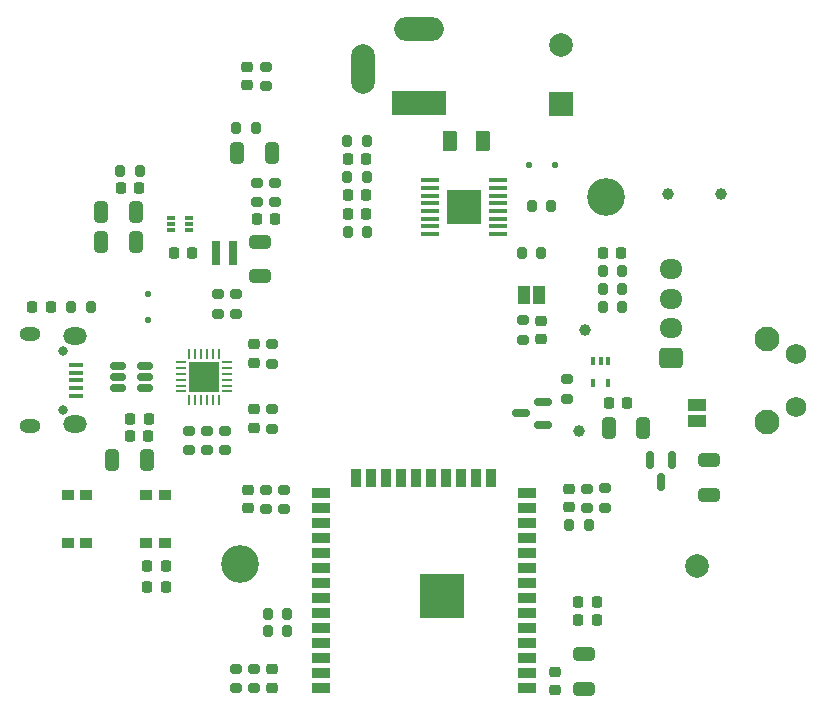
<source format=gbr>
%TF.GenerationSoftware,KiCad,Pcbnew,8.0.1*%
%TF.CreationDate,2024-06-06T10:38:12+02:00*%
%TF.ProjectId,led_strip_stand_lamp,6c65645f-7374-4726-9970-5f7374616e64,rev?*%
%TF.SameCoordinates,Original*%
%TF.FileFunction,Soldermask,Top*%
%TF.FilePolarity,Negative*%
%FSLAX46Y46*%
G04 Gerber Fmt 4.6, Leading zero omitted, Abs format (unit mm)*
G04 Created by KiCad (PCBNEW 8.0.1) date 2024-06-06 10:38:12*
%MOMM*%
%LPD*%
G01*
G04 APERTURE LIST*
G04 Aperture macros list*
%AMRoundRect*
0 Rectangle with rounded corners*
0 $1 Rounding radius*
0 $2 $3 $4 $5 $6 $7 $8 $9 X,Y pos of 4 corners*
0 Add a 4 corners polygon primitive as box body*
4,1,4,$2,$3,$4,$5,$6,$7,$8,$9,$2,$3,0*
0 Add four circle primitives for the rounded corners*
1,1,$1+$1,$2,$3*
1,1,$1+$1,$4,$5*
1,1,$1+$1,$6,$7*
1,1,$1+$1,$8,$9*
0 Add four rect primitives between the rounded corners*
20,1,$1+$1,$2,$3,$4,$5,0*
20,1,$1+$1,$4,$5,$6,$7,0*
20,1,$1+$1,$6,$7,$8,$9,0*
20,1,$1+$1,$8,$9,$2,$3,0*%
G04 Aperture macros list end*
%ADD10RoundRect,0.225000X0.250000X-0.225000X0.250000X0.225000X-0.250000X0.225000X-0.250000X-0.225000X0*%
%ADD11C,3.200000*%
%ADD12RoundRect,0.200000X-0.275000X0.200000X-0.275000X-0.200000X0.275000X-0.200000X0.275000X0.200000X0*%
%ADD13R,1.500000X0.900000*%
%ADD14R,0.900000X1.500000*%
%ADD15R,3.800000X3.800000*%
%ADD16RoundRect,0.225000X0.225000X0.250000X-0.225000X0.250000X-0.225000X-0.250000X0.225000X-0.250000X0*%
%ADD17RoundRect,0.200000X0.200000X0.275000X-0.200000X0.275000X-0.200000X-0.275000X0.200000X-0.275000X0*%
%ADD18RoundRect,0.250000X-0.650000X0.325000X-0.650000X-0.325000X0.650000X-0.325000X0.650000X0.325000X0*%
%ADD19RoundRect,0.218750X0.256250X-0.218750X0.256250X0.218750X-0.256250X0.218750X-0.256250X-0.218750X0*%
%ADD20RoundRect,0.250000X0.325000X0.650000X-0.325000X0.650000X-0.325000X-0.650000X0.325000X-0.650000X0*%
%ADD21RoundRect,0.250000X0.725000X-0.600000X0.725000X0.600000X-0.725000X0.600000X-0.725000X-0.600000X0*%
%ADD22O,1.950000X1.700000*%
%ADD23RoundRect,0.218750X-0.218750X-0.256250X0.218750X-0.256250X0.218750X0.256250X-0.218750X0.256250X0*%
%ADD24RoundRect,0.250000X-0.375000X-0.625000X0.375000X-0.625000X0.375000X0.625000X-0.375000X0.625000X0*%
%ADD25C,2.000000*%
%ADD26C,2.100000*%
%ADD27C,1.750000*%
%ADD28R,2.000000X2.000000*%
%ADD29RoundRect,0.200000X-0.200000X-0.275000X0.200000X-0.275000X0.200000X0.275000X-0.200000X0.275000X0*%
%ADD30RoundRect,0.225000X-0.225000X-0.250000X0.225000X-0.250000X0.225000X0.250000X-0.225000X0.250000X0*%
%ADD31RoundRect,0.100000X-0.675000X-0.100000X0.675000X-0.100000X0.675000X0.100000X-0.675000X0.100000X0*%
%ADD32R,3.000000X3.000000*%
%ADD33R,1.000000X0.900000*%
%ADD34RoundRect,0.100000X-0.100000X0.225000X-0.100000X-0.225000X0.100000X-0.225000X0.100000X0.225000X0*%
%ADD35C,1.000000*%
%ADD36R,4.600000X2.000000*%
%ADD37O,4.200000X2.000000*%
%ADD38O,2.000000X4.200000*%
%ADD39RoundRect,0.085000X-0.265000X-0.085000X0.265000X-0.085000X0.265000X0.085000X-0.265000X0.085000X0*%
%ADD40RoundRect,0.200000X0.275000X-0.200000X0.275000X0.200000X-0.275000X0.200000X-0.275000X-0.200000X0*%
%ADD41RoundRect,0.225000X-0.250000X0.225000X-0.250000X-0.225000X0.250000X-0.225000X0.250000X0.225000X0*%
%ADD42RoundRect,0.125000X0.125000X0.125000X-0.125000X0.125000X-0.125000X-0.125000X0.125000X-0.125000X0*%
%ADD43RoundRect,0.250000X-0.325000X-0.650000X0.325000X-0.650000X0.325000X0.650000X-0.325000X0.650000X0*%
%ADD44R,1.500000X1.000000*%
%ADD45R,0.700000X2.000000*%
%ADD46R,1.000000X1.500000*%
%ADD47RoundRect,0.125000X-0.125000X0.125000X-0.125000X-0.125000X0.125000X-0.125000X0.125000X0.125000X0*%
%ADD48RoundRect,0.150000X0.587500X0.150000X-0.587500X0.150000X-0.587500X-0.150000X0.587500X-0.150000X0*%
%ADD49RoundRect,0.150000X-0.150000X0.587500X-0.150000X-0.587500X0.150000X-0.587500X0.150000X0.587500X0*%
%ADD50RoundRect,0.062500X-0.350000X-0.062500X0.350000X-0.062500X0.350000X0.062500X-0.350000X0.062500X0*%
%ADD51RoundRect,0.062500X-0.062500X-0.350000X0.062500X-0.350000X0.062500X0.350000X-0.062500X0.350000X0*%
%ADD52R,2.600000X2.600000*%
%ADD53RoundRect,0.150000X-0.512500X-0.150000X0.512500X-0.150000X0.512500X0.150000X-0.512500X0.150000X0*%
%ADD54O,0.800000X0.800000*%
%ADD55R,1.300000X0.450000*%
%ADD56O,1.800000X1.150000*%
%ADD57O,2.000000X1.450000*%
G04 APERTURE END LIST*
D10*
%TO.C,C18*%
X10277011Y3734149D03*
X10277011Y5284149D03*
%TD*%
D11*
%TO.C,H4*%
X-15226661Y-15259661D03*
%TD*%
D12*
%TO.C,R31*%
X14199408Y-8906209D03*
X14199408Y-10556209D03*
%TD*%
D13*
%TO.C,U1*%
X9120000Y-25760000D03*
X9120000Y-24490000D03*
X9120000Y-23220000D03*
X9120000Y-21950000D03*
X9120000Y-20680000D03*
X9120000Y-19410000D03*
X9120000Y-18140000D03*
X9120000Y-16870000D03*
X9120000Y-15600000D03*
X9120000Y-14330000D03*
X9120000Y-13060000D03*
X9120000Y-11790000D03*
X9120000Y-10520000D03*
X9120000Y-9250000D03*
D14*
X6080000Y-8000000D03*
X4810000Y-8000000D03*
X3540000Y-8000000D03*
X2270000Y-8000000D03*
X1000000Y-8000000D03*
X-270000Y-8000000D03*
X-1540000Y-8000000D03*
X-2810000Y-8000000D03*
X-4080000Y-8000000D03*
X-5350000Y-8000000D03*
D13*
X-8380000Y-9250000D03*
X-8380000Y-10520000D03*
X-8380000Y-11790000D03*
X-8380000Y-13060000D03*
X-8380000Y-14330000D03*
X-8380000Y-15600000D03*
X-8380000Y-16870000D03*
X-8380000Y-18140000D03*
X-8380000Y-19410000D03*
X-8380000Y-20680000D03*
X-8380000Y-21950000D03*
X-8380000Y-23220000D03*
X-8380000Y-24490000D03*
X-8380000Y-25760000D03*
D15*
X1870000Y-18040000D03*
%TD*%
D12*
%TO.C,R2*%
X-14000000Y-24175000D03*
X-14000000Y-25825000D03*
%TD*%
D16*
%TO.C,C7*%
X-23725000Y16500000D03*
X-25275000Y16500000D03*
%TD*%
D17*
%TO.C,R20*%
X-4442292Y12794371D03*
X-6092292Y12794371D03*
%TD*%
D18*
%TO.C,C24*%
X24500000Y-6500000D03*
X24500000Y-9450000D03*
%TD*%
D16*
%TO.C,C6*%
X-22950000Y-4500000D03*
X-24500000Y-4500000D03*
%TD*%
D19*
%TO.C,D6*%
X-14578652Y25245734D03*
X-14578652Y26820734D03*
%TD*%
D20*
%TO.C,C9*%
X-24000000Y12000000D03*
X-26950000Y12000000D03*
%TD*%
D21*
%TO.C,J3*%
X21333826Y2167652D03*
D22*
X21333826Y4667652D03*
X21333826Y7167652D03*
X21333826Y9667652D03*
%TD*%
D12*
%TO.C,R4*%
X-11500000Y-9000000D03*
X-11500000Y-10650000D03*
%TD*%
D23*
%TO.C,D3*%
X-32787500Y6500000D03*
X-31212500Y6500000D03*
%TD*%
D24*
%TO.C,F1*%
X2600000Y20500000D03*
X5400000Y20500000D03*
%TD*%
D25*
%TO.C,TP5*%
X23500000Y-15500000D03*
%TD*%
D16*
%TO.C,C15*%
X-4487615Y14348043D03*
X-6037615Y14348043D03*
%TD*%
D26*
%TO.C,SW3*%
X29396465Y3725887D03*
X29396465Y-3284113D03*
D27*
X31886465Y2475887D03*
X31886465Y-2024113D03*
%TD*%
D28*
%TO.C,C21*%
X12000000Y23632323D03*
D25*
X12000000Y28632323D03*
%TD*%
D29*
%TO.C,R25*%
X15500000Y9500000D03*
X17150000Y9500000D03*
%TD*%
D30*
%TO.C,C13*%
X-20775000Y11000000D03*
X-19225000Y11000000D03*
%TD*%
D10*
%TO.C,C3*%
X-12500000Y-25775000D03*
X-12500000Y-24225000D03*
%TD*%
D31*
%TO.C,U6*%
X875000Y17200845D03*
X875000Y16550845D03*
X875000Y15900845D03*
X875000Y15250845D03*
X875000Y14600845D03*
X875000Y13950845D03*
X875000Y13300845D03*
X875000Y12650845D03*
X6625000Y12650845D03*
X6625000Y13300845D03*
X6625000Y13950845D03*
X6625000Y14600845D03*
X6625000Y15250845D03*
X6625000Y15900845D03*
X6625000Y16550845D03*
X6625000Y17200845D03*
D32*
X3750000Y14925845D03*
%TD*%
D12*
%TO.C,R8*%
X-12500000Y3325000D03*
X-12500000Y1675000D03*
%TD*%
D30*
%TO.C,C19*%
X15550000Y11000000D03*
X17100000Y11000000D03*
%TD*%
D23*
%TO.C,FB1*%
X-24500000Y-3000000D03*
X-22925000Y-3000000D03*
%TD*%
D33*
%TO.C,SW1*%
X-28200000Y-9459226D03*
X-28200000Y-13559226D03*
X-29800000Y-9459226D03*
X-29800000Y-13559226D03*
%TD*%
D17*
%TO.C,R26*%
X17150000Y8000000D03*
X15500000Y8000000D03*
%TD*%
D10*
%TO.C,C23*%
X12699408Y-10506209D03*
X12699408Y-8956209D03*
%TD*%
D30*
%TO.C,C22*%
X13450000Y-18500000D03*
X15000000Y-18500000D03*
%TD*%
D34*
%TO.C,U5*%
X16000000Y1900000D03*
X15350000Y1900000D03*
X14700000Y1900000D03*
X14700000Y0D03*
X16000000Y0D03*
%TD*%
D35*
%TO.C,TP1*%
X13500000Y-4000000D03*
%TD*%
D36*
%TO.C,J2*%
X0Y23700000D03*
D37*
X0Y30000000D03*
D38*
X-4800000Y26600000D03*
%TD*%
D39*
%TO.C,U4*%
X-21000000Y14000000D03*
X-21000000Y13500000D03*
X-21000000Y13000000D03*
X-19500000Y13000000D03*
X-19500000Y13500000D03*
X-19500000Y14000000D03*
%TD*%
D16*
%TO.C,C17*%
X-4487615Y15910077D03*
X-6037615Y15910077D03*
%TD*%
D40*
%TO.C,R28*%
X-13000000Y25175000D03*
X-13000000Y26825000D03*
%TD*%
D29*
%TO.C,R17*%
X12675000Y-12000000D03*
X14325000Y-12000000D03*
%TD*%
D17*
%TO.C,R27*%
X17150000Y6500000D03*
X15500000Y6500000D03*
%TD*%
D20*
%TO.C,C8*%
X-24000000Y14500000D03*
X-26950000Y14500000D03*
%TD*%
D29*
%TO.C,R14*%
X-15525140Y21576473D03*
X-13875140Y21576473D03*
%TD*%
D35*
%TO.C,TP4*%
X25500000Y16000000D03*
%TD*%
D30*
%TO.C,C14*%
X16005642Y-1656574D03*
X17555642Y-1656574D03*
%TD*%
D41*
%TO.C,C2*%
X11500000Y-24446565D03*
X11500000Y-25996565D03*
%TD*%
D40*
%TO.C,R1*%
X-15500000Y-25825000D03*
X-15500000Y-24175000D03*
%TD*%
%TO.C,R12*%
X-15500000Y5881794D03*
X-15500000Y7531794D03*
%TD*%
D17*
%TO.C,R13*%
X-23675000Y18000000D03*
X-25325000Y18000000D03*
%TD*%
%TO.C,R10*%
X-27850000Y6500000D03*
X-29500000Y6500000D03*
%TD*%
D35*
%TO.C,TP2*%
X14000000Y4500000D03*
%TD*%
D29*
%TO.C,R22*%
X9500000Y15000000D03*
X11150000Y15000000D03*
%TD*%
D40*
%TO.C,R15*%
X-12250000Y15350000D03*
X-12250000Y17000000D03*
%TD*%
D17*
%TO.C,R29*%
X-11175000Y-21000000D03*
X-12825000Y-21000000D03*
%TD*%
D35*
%TO.C,TP3*%
X21000000Y16000000D03*
%TD*%
D30*
%TO.C,C20*%
X13450000Y-20000000D03*
X15000000Y-20000000D03*
%TD*%
D42*
%TO.C,D5*%
X11500000Y18500000D03*
X9300000Y18500000D03*
%TD*%
D43*
%TO.C,C10*%
X-15475000Y19500000D03*
X-12525000Y19500000D03*
%TD*%
D18*
%TO.C,C1*%
X13918017Y-22948930D03*
X13918017Y-25898930D03*
%TD*%
D12*
%TO.C,R7*%
X-18000000Y-4000000D03*
X-18000000Y-5650000D03*
%TD*%
D41*
%TO.C,C4*%
X-14500000Y-9000000D03*
X-14500000Y-10550000D03*
%TD*%
D18*
%TO.C,C11*%
X-13500000Y12000000D03*
X-13500000Y9050000D03*
%TD*%
D16*
%TO.C,C12*%
X-12229024Y13904443D03*
X-13779024Y13904443D03*
%TD*%
D44*
%TO.C,JP2*%
X23500000Y-1850000D03*
X23500000Y-3150000D03*
%TD*%
D45*
%TO.C,L1*%
X-17225000Y11000000D03*
X-15775000Y11000000D03*
%TD*%
D33*
%TO.C,SW2*%
X-23122767Y-13550000D03*
X-23122767Y-9450000D03*
X-21522767Y-13550000D03*
X-21522767Y-9450000D03*
%TD*%
D12*
%TO.C,R21*%
X8777011Y5334149D03*
X8777011Y3684149D03*
%TD*%
D19*
%TO.C,D1*%
X-14000000Y1728054D03*
X-14000000Y3303054D03*
%TD*%
D29*
%TO.C,R23*%
X8675000Y11000000D03*
X10325000Y11000000D03*
%TD*%
D40*
%TO.C,R3*%
X-13000000Y-10650000D03*
X-13000000Y-9000000D03*
%TD*%
D46*
%TO.C,JP1*%
X10150000Y7500000D03*
X8850000Y7500000D03*
%TD*%
D40*
%TO.C,R32*%
X15732643Y-10547314D03*
X15732643Y-8897314D03*
%TD*%
D47*
%TO.C,D4*%
X-23000000Y7600000D03*
X-23000000Y5400000D03*
%TD*%
D19*
%TO.C,D2*%
X-14000000Y-3787500D03*
X-14000000Y-2212500D03*
%TD*%
D30*
%TO.C,C16*%
X-6050000Y19000000D03*
X-4500000Y19000000D03*
%TD*%
D48*
%TO.C,Q1*%
X10500000Y-3500000D03*
X10500000Y-1600000D03*
X8625000Y-2550000D03*
%TD*%
D49*
%TO.C,U7*%
X21400000Y-6500000D03*
X19500000Y-6500000D03*
X20450000Y-8375000D03*
%TD*%
D12*
%TO.C,R24*%
X12500000Y325000D03*
X12500000Y-1325000D03*
%TD*%
D23*
%TO.C,D7*%
X-23075000Y-15500000D03*
X-21500000Y-15500000D03*
%TD*%
D12*
%TO.C,R9*%
X-12500000Y-2175000D03*
X-12500000Y-3825000D03*
%TD*%
D40*
%TO.C,R5*%
X-16485817Y-5657236D03*
X-16485817Y-4007236D03*
%TD*%
D20*
%TO.C,C5*%
X-23050000Y-6500000D03*
X-26000000Y-6500000D03*
%TD*%
D40*
%TO.C,R6*%
X-19500000Y-5650000D03*
X-19500000Y-4000000D03*
%TD*%
D50*
%TO.C,U2*%
X-20187500Y1812500D03*
X-20187500Y1312500D03*
X-20187500Y812500D03*
X-20187500Y312500D03*
X-20187500Y-187500D03*
X-20187500Y-687500D03*
D51*
X-19500000Y-1375000D03*
X-19000000Y-1375000D03*
X-18500000Y-1375000D03*
X-18000000Y-1375000D03*
X-17500000Y-1375000D03*
X-17000000Y-1375000D03*
D50*
X-16312500Y-687500D03*
X-16312500Y-187500D03*
X-16312500Y312500D03*
X-16312500Y812500D03*
X-16312500Y1312500D03*
X-16312500Y1812500D03*
D51*
X-17000000Y2500000D03*
X-17500000Y2500000D03*
X-18000000Y2500000D03*
X-18500000Y2500000D03*
X-19000000Y2500000D03*
X-19500000Y2500000D03*
D52*
X-18250000Y562500D03*
%TD*%
D40*
%TO.C,R11*%
X-17028169Y5887110D03*
X-17028169Y7537110D03*
%TD*%
D12*
%TO.C,R16*%
X-13750000Y17000000D03*
X-13750000Y15350000D03*
%TD*%
D23*
%TO.C,D8*%
X-23075534Y-17273263D03*
X-21500534Y-17273263D03*
%TD*%
D17*
%TO.C,R19*%
X-4445038Y17482519D03*
X-6095038Y17482519D03*
%TD*%
D43*
%TO.C,C25*%
X16014651Y-3772521D03*
X18964651Y-3772521D03*
%TD*%
D17*
%TO.C,R30*%
X-11175000Y-19500000D03*
X-12825000Y-19500000D03*
%TD*%
D53*
%TO.C,U3*%
X-25500000Y1500000D03*
X-25500000Y550000D03*
X-25500000Y-400000D03*
X-23225000Y-400000D03*
X-23225000Y550000D03*
X-23225000Y1500000D03*
%TD*%
D29*
%TO.C,R18*%
X-6100000Y20500000D03*
X-4450000Y20500000D03*
%TD*%
D11*
%TO.C,H2*%
X15773339Y15740339D03*
%TD*%
D54*
%TO.C,J1*%
X-30200000Y2762034D03*
X-30200000Y-2237966D03*
D55*
X-29100000Y1562034D03*
X-29100000Y912034D03*
X-29100000Y262034D03*
X-29100000Y-387966D03*
X-29100000Y-1037966D03*
D56*
X-32950000Y4137034D03*
D57*
X-29150000Y3987034D03*
X-29150000Y-3462966D03*
D56*
X-32950000Y-3612966D03*
%TD*%
M02*

</source>
